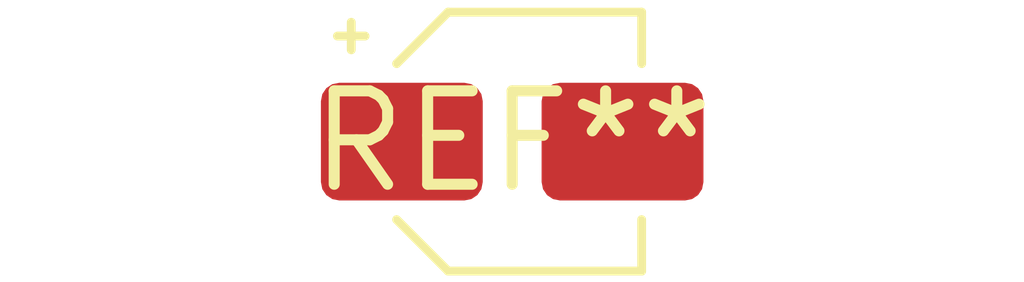
<source format=kicad_pcb>
(kicad_pcb (version 20240108) (generator pcbnew)
  (layers (0 "F.Cu" signal) (31 "B.Cu" signal) (34 "B.Paste" user) (35 "F.Paste" user) (36 "B.SilkS" user "B.Silkscreen") (37 "F.SilkS" user "F.Silkscreen") (38 "B.Mask" user) (39 "F.Mask" user) (44 "Edge.Cuts" user))
  (net 0 "")
  (footprint "CP_Elec_3x5.4" (layer "F.Cu") (at 0 0)
    (property "Reference" "REF**")
    (property "Value" "CP_Elec_3x5.4")
    (fp_line (start -2.375 -1.435) (end -2 -1.435) (layer "F.SilkS") (stroke (width 0.12)))
    (fp_line (start -2.1875 -1.6225) (end -2.1875 -1.2475) (layer "F.SilkS") (stroke (width 0.12)))
    (fp_line (start -1.570563 -1.06) (end -0.870563 -1.76) (layer "F.SilkS") (stroke (width 0.12)))
    (fp_line (start -1.570563 1.06) (end -0.870563 1.76) (layer "F.SilkS") (stroke (width 0.12)))
    (fp_line (start -0.870563 -1.76) (end 1.76 -1.76) (layer "F.SilkS") (stroke (width 0.12)))
    (fp_line (start -0.870563 1.76) (end 1.76 1.76) (layer "F.SilkS") (stroke (width 0.12)))
    (fp_line (start 1.76 -1.76) (end 1.76 -1.06) (layer "F.SilkS") (stroke (width 0.12)))
    (fp_line (start 1.76 1.76) (end 1.76 1.06) (layer "F.SilkS") (stroke (width 0.12)))
    (pad "1" smd roundrect (at -1.5 0) (size 2.2 1.6) (layers "F.Cu" "F.Paste" "F.Mask") (roundrect_rratio 0.15625))
    (pad "2" smd roundrect (at 1.5 0) (size 2.2 1.6) (layers "F.Cu" "F.Paste" "F.Mask") (roundrect_rratio 0.15625))
  )
)
</source>
